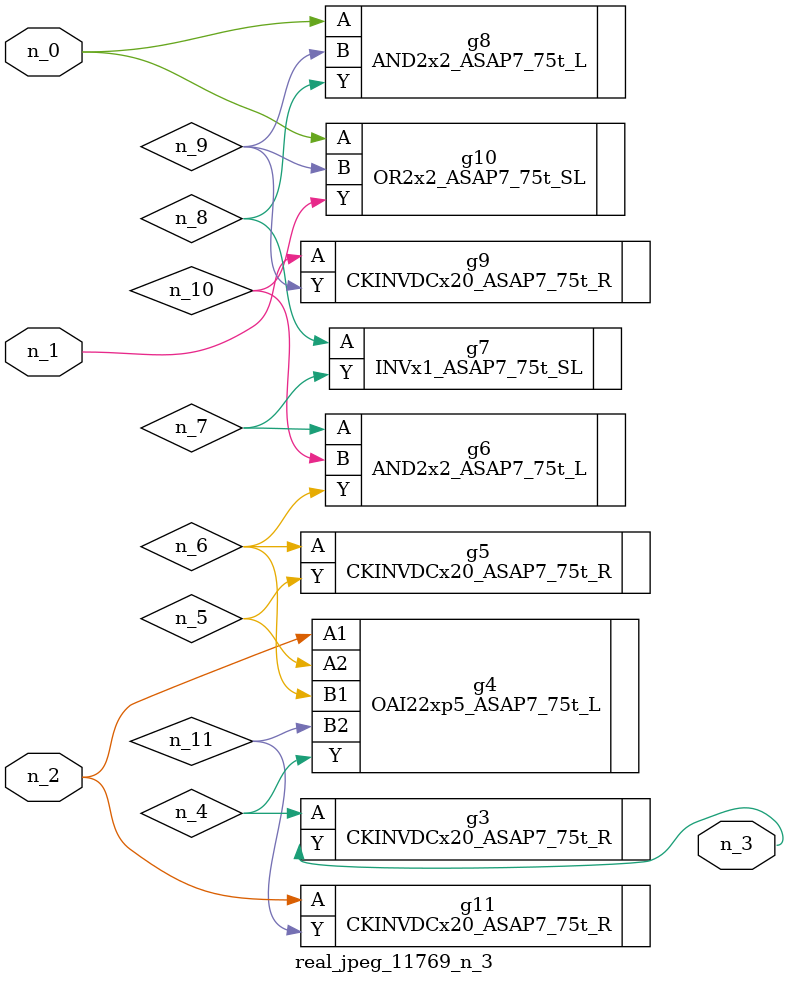
<source format=v>
module real_jpeg_11769_n_3 (n_1, n_0, n_2, n_3);

input n_1;
input n_0;
input n_2;

output n_3;

wire n_5;
wire n_4;
wire n_8;
wire n_11;
wire n_6;
wire n_7;
wire n_10;
wire n_9;

AND2x2_ASAP7_75t_L g8 ( 
.A(n_0),
.B(n_9),
.Y(n_8)
);

OR2x2_ASAP7_75t_SL g10 ( 
.A(n_0),
.B(n_9),
.Y(n_10)
);

CKINVDCx20_ASAP7_75t_R g9 ( 
.A(n_1),
.Y(n_9)
);

OAI22xp5_ASAP7_75t_L g4 ( 
.A1(n_2),
.A2(n_5),
.B1(n_6),
.B2(n_11),
.Y(n_4)
);

CKINVDCx20_ASAP7_75t_R g11 ( 
.A(n_2),
.Y(n_11)
);

CKINVDCx20_ASAP7_75t_R g3 ( 
.A(n_4),
.Y(n_3)
);

CKINVDCx20_ASAP7_75t_R g5 ( 
.A(n_6),
.Y(n_5)
);

AND2x2_ASAP7_75t_L g6 ( 
.A(n_7),
.B(n_10),
.Y(n_6)
);

INVx1_ASAP7_75t_SL g7 ( 
.A(n_8),
.Y(n_7)
);


endmodule
</source>
